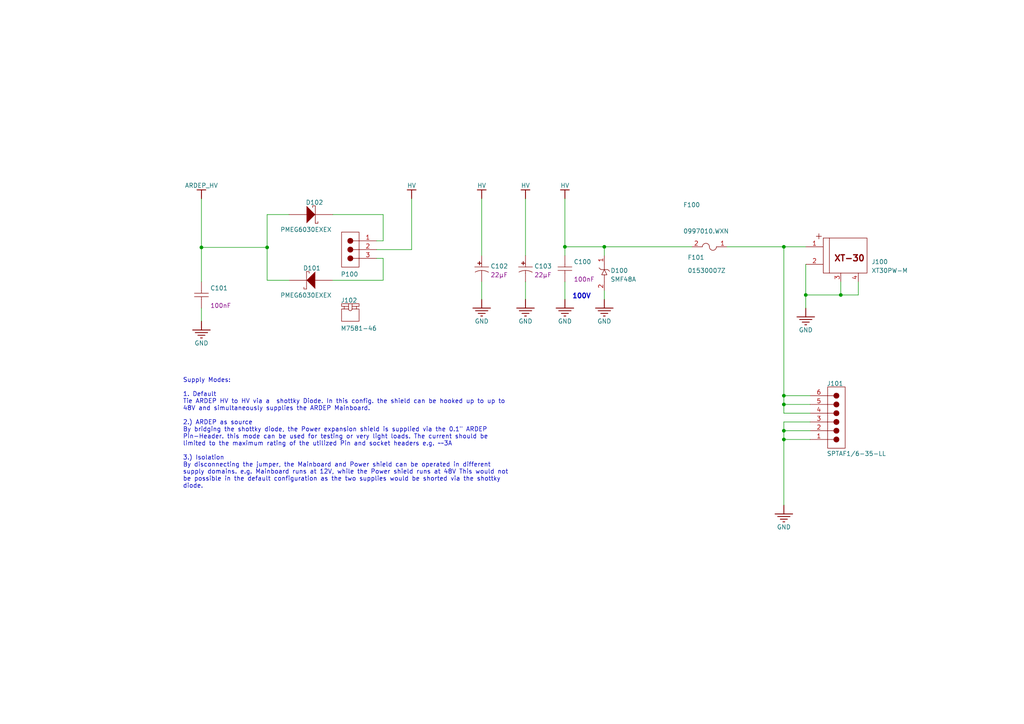
<source format=kicad_sch>
(kicad_sch (version 20250114) (generator "eeschema") (generator_version "9.0")
  (paper "User" 297.002 210.007)
  (title_block (title "Power"))
  (lib_symbols
    (symbol "ARDEP Power IO Shield Symbols:ARDEP_HV_BAR" (power)
      (property "Value" "ARDEP_HV" (at 0 -3.81 0))
      (symbol "ARDEP_HV_BAR_0_0"
        (polyline (pts (xy -1.27 -2.54) (xy 1.27 -2.54)) (stroke (width 0.254)))
        (polyline (pts (xy 0 0) (xy 0 -2.54)) (stroke (width 0.254)))
        (pin power_in line (at 0 0 0) (length 0) (hide yes) (name "ARDEP_HV") (number ""))
      )
    )
    (symbol "ARDEP Power IO Shield Symbols:GND_POWER_GROUND" (power)
      (property "Value" "GND" (at 0 -6.35 0))
      (symbol "GND_POWER_GROUND_0_0"
        (polyline (pts (xy -2.54 -2.54) (xy 2.54 -2.54)) (stroke (width 0.254)))
        (polyline (pts (xy -1.778 -3.302) (xy 1.778 -3.302)) (stroke (width 0.254)))
        (polyline (pts (xy -1.016 -4.064) (xy 1.016 -4.064)) (stroke (width 0.254)))
        (polyline (pts (xy -0.254 -4.826) (xy 0.254 -4.826)) (stroke (width 0.254)))
        (polyline (pts (xy 0 0) (xy 0 -2.54)) (stroke (width 0.254)))
        (pin power_in line (at 0 0 0) (length 0) (hide yes) (name "GND") (number ""))
      )
    )
    (symbol "ARDEP Power IO Shield Symbols:HV_BAR" (power)
      (property "Value" "HV" (at 0 -3.81 0))
      (symbol "HV_BAR_0_0"
        (polyline (pts (xy -1.27 -2.54) (xy 1.27 -2.54)) (stroke (width 0.254)))
        (polyline (pts (xy 0 0) (xy 0 -2.54)) (stroke (width 0.254)))
        (pin power_in line (at 0 0 0) (length 0) (hide yes) (name "HV") (number ""))
      )
    )
    (symbol "ARDEP Power IO Shield Symbols:root_0_0997010.WXN_Frickly Systems GmbH" (pin_numbers (hide yes)) (pin_names (hide yes)))
    (symbol "ARDEP Power IO Shield Symbols:root_0_D-Schottky_Frickly Systems GmbH" (pin_numbers (hide yes)) (pin_names (hide yes))
      (symbol "root_0_D-Schottky_Frickly Systems GmbH_1_0"
        (polyline (pts (xy 0 2.54) (xy 0.762 2.54) (xy 0.762 2.032)))
        (polyline (pts (xy 0 -2.54) (xy 0 2.54)))
        (polyline (pts (xy 0 -2.54) (xy -0.762 -2.54) (xy -0.762 -2.032)))
        (polyline (pts (xy 2.54 2.54) (xy 0 0) (xy 2.54 -2.54) (xy 2.54 2.54)) (stroke (width -0.0001)) (fill (type outline)))
        (pin passive line (at -5.08 0 0) (length 5.08) (name "K") (number "1"))
        (pin passive line (at 7.62 0 180) (length 5.08) (name "A") (number "2"))
      )
    )
    (symbol "ARDEP Power IO Shield Symbols:root_0_M7581-46-Symbol-1_Frickly Systems GmbH" (pin_numbers (hide yes)) (pin_names (hide yes))
      (symbol "root_0_M7581-46-Symbol-1_Frickly Systems GmbH_1_0"
        (polyline (pts (xy -2.54 0) (xy -2.54 3.556) (xy -1.778 3.556) (xy -1.778 4.318) (xy -2.54 4.318) (xy -2.54 5.08) (xy 2.54 5.08) (xy 2.54 4.318) (xy 1.778 4.318) (xy 1.778 3.556) (xy 2.54 3.556) (xy 2.54 0) (xy -2.54 0)))
        (polyline (pts (xy -1.778 3.556) (xy -0.508 3.556)))
        (polyline (pts (xy -0.508 5.08) (xy -0.508 3.556)))
        (polyline (pts (xy -0.508 4.318) (xy -1.778 4.318)))
        (arc (start 0.5095 3.5781) (mid 0.0046 3.046) (end -0.5098 3.569))
        (polyline (pts (xy 0.508 5.08) (xy 0.508 3.556)))
        (polyline (pts (xy 0.508 4.318) (xy 1.778 4.318)))
        (polyline (pts (xy 0.508 3.556) (xy 1.778 3.556)))
      )
    )
    (symbol "ARDEP Power IO Shield Symbols:root_0_XT30PW-M_Frickly Systems GmbH" (pin_names (hide yes))
      (symbol "root_0_XT30PW-M_Frickly Systems GmbH_1_0"
        (polyline (pts (xy 3.048 5.588) (xy 4.572 5.588)))
        (polyline (pts (xy 3.81 6.35) (xy 3.81 4.826)))
        (polyline (pts (xy 5.08 5.08) (xy 5.08 -5.08) (xy 17.78 -5.08) (xy 17.78 5.08) (xy 5.08 5.08)))
        (polyline (pts (xy 6.858 5.08) (xy 6.858 -5.08)))
        (text "XT-30" (at 8.128 -1.778 0) (effects (font (size 1.778 1.778) (thickness 0.3556) (bold yes)) (justify left bottom)))
        (pin passive line (at 0 2.54 0) (length 5.08) (name "+") (number "1"))
        (pin passive line (at 0 -2.54 0) (length 5.08) (name "-") (number "2"))
        (pin passive line (at 10.16 -7.62 90) (length 2.54) (name "3") (number "3"))
        (pin passive line (at 15.24 -7.62 90) (length 2.54) (name "4") (number "4"))
      )
    )
    (symbol "ARDEP Power IO Shield Symbols:root_0_mirrored_D-Schottky_Frickly Systems GmbH" (pin_numbers (hide yes)) (pin_names (hide yes))
      (symbol "root_0_mirrored_D-Schottky_Frickly Systems GmbH_1_0"
        (polyline (pts (xy -2.54 2.54) (xy 0 0) (xy -2.54 -2.54) (xy -2.54 2.54)) (stroke (width -0.0001)) (fill (type outline)))
        (polyline (pts (xy 0 2.54) (xy -0.762 2.54) (xy -0.762 2.032)))
        (polyline (pts (xy 0 -2.54) (xy 0 2.54)))
        (polyline (pts (xy 0 -2.54) (xy 0.762 -2.54) (xy 0.762 -2.032)))
        (pin passive line (at -7.62 0 0) (length 5.08) (name "A") (number "2"))
        (pin passive line (at 5.08 0 180) (length 5.08) (name "K") (number "1"))
      )
    )
    (symbol "ARDEP Power IO Shield Symbols:root_0_mirrored_FUSE-2_Frickly Systems GmbH" (pin_names (hide yes))
      (symbol "root_0_mirrored_FUSE-2_Frickly Systems GmbH_1_0"
        (polyline (pts (xy -7.112 0) (xy -7.62 0)))
        (arc (start -7.112 0) (mid -6.096 1.016) (end -5.08 0))
        (arc (start -3.048 0) (mid -4.064 -1.016) (end -5.08 0))
        (polyline (pts (xy -3.048 0) (xy -2.54 0)))
        (pin passive line (at -10.16 0 0) (length 2.54) (name "2") (number "2"))
        (pin passive line (at 0 0 180) (length 2.54) (name "1") (number "1"))
      )
    )
    (symbol "ARDEP Power IO Shield Symbols:root_0_mirrored_Symbol_Frickly Systems GmbH" (pin_names (hide yes))
      (symbol "root_0_mirrored_Symbol_Frickly Systems GmbH_1_0"
        (polyline (pts (xy -5.08 0) (xy 0 0) (xy 0 -10.16) (xy -5.08 -10.16) (xy -5.08 0)))
        (circle (center -2.54 -2.54) (radius 0.762) (fill (type outline)))
        (circle (center -2.54 -5.08) (radius 0.762) (fill (type outline)))
        (circle (center -2.54 -7.62) (radius 0.762) (fill (type outline)))
        (polyline (pts (xy 0 -2.54) (xy -1.778 -2.54)))
        (polyline (pts (xy 0 -5.08) (xy -1.778 -5.08)))
        (polyline (pts (xy 0 -7.62) (xy -1.778 -7.62)))
        (pin passive line (at 5.08 -2.54 180) (length 5.08) (name "1") (number "1"))
        (pin passive line (at 5.08 -5.08 180) (length 5.08) (name "2") (number "2"))
        (pin passive line (at 5.08 -7.62 180) (length 5.08) (name "3") (number "3"))
      )
    )
    (symbol "ARDEP Power IO Shield Symbols:root_1_mirrored_Capacitor_Frickly Systems GmbH" (pin_numbers (hide yes)) (pin_names (hide yes))
      (symbol "root_1_mirrored_Capacitor_Frickly Systems GmbH_1_0"
        (polyline (pts (xy -2.032 3.302) (xy 2.032 3.302)))
        (polyline (pts (xy 0 5.08) (xy 0 4.318)))
        (polyline (pts (xy 0 2.54) (xy 0 3.302)))
        (polyline (pts (xy 2.032 4.318) (xy -2.032 4.318)))
        (pin passive line (at 0 7.62 270) (length 2.54) (name "2") (number "2"))
        (pin passive line (at 0 0 90) (length 2.54) (name "1") (number "1"))
      )
    )
    (symbol "ARDEP Power IO Shield Symbols:root_2_mirrored_6-Pin Connector_Frickly Systems GmbH" (pin_names (hide yes))
      (symbol "root_2_mirrored_6-Pin Connector_Frickly Systems GmbH_1_0"
        (polyline (pts (xy 0 15.24) (xy 1.778 15.24)))
        (polyline (pts (xy 0 12.7) (xy 1.778 12.7)))
        (polyline (pts (xy 0 10.16) (xy 1.778 10.16)))
        (polyline (pts (xy 0 7.62) (xy 1.778 7.62)))
        (polyline (pts (xy 0 5.08) (xy 1.778 5.08)))
        (polyline (pts (xy 0 2.54) (xy 1.778 2.54)))
        (circle (center 2.54 15.24) (radius 0.762) (fill (type outline)))
        (circle (center 2.54 12.7) (radius 0.762) (fill (type outline)))
        (circle (center 2.54 10.16) (radius 0.762) (fill (type outline)))
        (circle (center 2.54 7.62) (radius 0.762) (fill (type outline)))
        (circle (center 2.54 5.08) (radius 0.762) (fill (type outline)))
        (circle (center 2.54 2.54) (radius 0.762) (fill (type outline)))
        (polyline (pts (xy 5.08 0) (xy 0 0) (xy 0 17.78) (xy 5.08 17.78) (xy 5.08 0)))
        (pin passive line (at -5.08 15.24 0) (length 5.08) (name "6") (number "6"))
        (pin passive line (at -5.08 12.7 0) (length 5.08) (name "5") (number "5"))
        (pin passive line (at -5.08 10.16 0) (length 5.08) (name "4") (number "4"))
        (pin passive line (at -5.08 7.62 0) (length 5.08) (name "3") (number "3"))
        (pin passive line (at -5.08 5.08 0) (length 5.08) (name "2") (number "2"))
        (pin passive line (at -5.08 2.54 0) (length 5.08) (name "1") (number "1"))
      )
    )
    (symbol "ARDEP Power IO Shield Symbols:root_3_Capacitor_Polarized_Frickly Systems GmbH" (pin_numbers (hide yes)) (pin_names (hide yes))
      (symbol "root_3_Capacitor_Polarized_Frickly Systems GmbH_1_0"
        (polyline (pts (xy 0 -2.54) (xy 0 -3.302)))
        (polyline (pts (xy 0 -5.08) (xy 0 -4.318)))
        (arc (start -1.898 -4.7884) (mid 0.0411 -4.3182) (end 1.9703 -4.8275))
        (polyline (pts (xy 2.032 -3.302) (xy -2.032 -3.302)))
        (text "+" (at 0 -1.27 900) (effects (font (size 1.27 1.27) (thickness 0.254) (bold yes)) (justify right bottom)))
        (pin passive line (at 0 0 270) (length 2.54) (name "P") (number "1"))
        (pin passive line (at 0 -7.62 90) (length 2.54) (name "N") (number "2"))
      )
    )
    (symbol "ARDEP Power IO Shield Symbols:root_3_UNI TVS_Frickly Systems GmbH" (pin_names (hide yes))
      (symbol "root_3_UNI TVS_Frickly Systems GmbH_1_0"
        (polyline (pts (xy -1.524 1.524) (xy -1.016 1.016) (xy 1.016 1.016) (xy 1.524 0.508)))
        (polyline (pts (xy 0 2.54) (xy 0 1.016)))
        (polyline (pts (xy 0 1.016) (xy 0.762 -0.508) (xy -0.762 -0.508) (xy 0 1.016)))
        (polyline (pts (xy 0 -2.54) (xy 0 -0.508)))
        (pin passive line (at 0 5.08 270) (length 2.54) (name "K") (number "1"))
        (pin passive line (at 0 -5.08 90) (length 2.54) (name "A") (number "2"))
      )
    )
  )
  (text "100V" (at 171.45 86.8172 0) (effects (font (size 1.397 1.397) (thickness 0.2794) (bold yes)) (justify right bottom)))
  (text_box "Supply Modes:\n\n1. Default\nTie ARDEP HV to HV via a  shottky Diode. In this config. the shield can be hooked up to up to 48V and simultaneously supplies the ARDEP Mainboard.\n\n2.) ARDEP as source\nBy bridging the shottky diode, the Power expansion shield is supplied via the 0.1\" ARDEP Pin-Header. this mode can be used for testing or very light loads. The current should be limited to the maximum rating of the utilized Pin and socket headers e.g. ~~3A\n\n3.) Isolation\nBy disconnecting the jumper, the Mainboard and Power shield can be operated in different supply domains. e.g. Mainboard runs at 12V, while the Power shield runs at 48V This would not be possible in the default configuration as the two supplies would be shorted via the shottky diode." (at 148.59 108.4072 0) (size -96.52 39.37) (margins 0.9525 0.9525 0.9525 0.9525) (stroke (width -0.0001) (color 0 0 0 1)) (fill (type color) (color 255 255 255 1)) (effects (font (size 1.27 1.27)) (justify left top)))
  (junction (at 58.42 71.755))
  (junction (at 227.33 71.5772))
  (junction (at 227.33 124.9172))
  (junction (at 175.26 71.5772))
  (junction (at 227.33 114.7572))
  (junction (at 163.83 71.5772))
  (junction (at 243.84 85.5472))
  (junction (at 77.47 71.755))
  (junction (at 227.33 127.4572))
  (junction (at 233.68 85.5472))
  (junction (at 227.33 117.2972))
  (wire (pts (xy 243.84 85.5472) (xy 248.92 85.5472)))
  (wire (pts (xy 58.42 71.755) (xy 58.42 81.7372)))
  (wire (pts (xy 175.26 71.5772) (xy 163.83 71.5772)))
  (wire (pts (xy 233.68 85.5472) (xy 233.68 89.3572)))
  (wire (pts (xy 152.4 57.6072) (xy 152.4 74.1172)))
  (wire (pts (xy 111.125 62.23) (xy 111.125 69.85)))
  (wire (pts (xy 109.22 74.93) (xy 111.125 74.93)))
  (wire (pts (xy 210.82 71.5772) (xy 227.33 71.5772)))
  (wire (pts (xy 227.33 119.8372) (xy 227.33 117.2972)))
  (wire (pts (xy 163.83 81.7372) (xy 163.83 86.8172)))
  (wire (pts (xy 227.33 127.4572) (xy 234.95 127.4572)))
  (wire (pts (xy 234.95 117.2972) (xy 227.33 117.2972)))
  (wire (pts (xy 243.84 85.5472) (xy 233.68 85.5472)))
  (wire (pts (xy 83.82 62.23) (xy 77.47 62.23)))
  (wire (pts (xy 96.52 62.23) (xy 111.125 62.23)))
  (wire (pts (xy 175.26 71.5772) (xy 175.26 74.1172)))
  (wire (pts (xy 227.33 127.4572) (xy 227.33 146.5072)))
  (wire (pts (xy 227.33 114.7572) (xy 227.33 71.5772)))
  (wire (pts (xy 77.47 71.755) (xy 77.47 81.28)))
  (wire (pts (xy 227.33 117.2972) (xy 227.33 114.7572)))
  (wire (pts (xy 227.33 124.9172) (xy 227.33 127.4572)))
  (wire (pts (xy 243.84 81.7372) (xy 243.84 85.5472)))
  (wire (pts (xy 139.7 86.8172) (xy 139.7 81.7372)))
  (wire (pts (xy 227.33 122.3772) (xy 227.33 124.9172)))
  (wire (pts (xy 139.7 57.6072) (xy 139.7 74.1172)))
  (wire (pts (xy 77.47 62.23) (xy 77.47 71.755)))
  (wire (pts (xy 109.22 72.39) (xy 119.38 72.39)))
  (wire (pts (xy 163.83 57.6072) (xy 163.83 71.5772)))
  (wire (pts (xy 111.125 74.93) (xy 111.125 81.28)))
  (wire (pts (xy 234.95 119.8372) (xy 227.33 119.8372)))
  (wire (pts (xy 234.95 122.3772) (xy 227.33 122.3772)))
  (wire (pts (xy 163.83 71.5772) (xy 163.83 74.1172)))
  (wire (pts (xy 175.26 84.2772) (xy 175.26 86.8172)))
  (wire (pts (xy 200.66 71.5772) (xy 175.26 71.5772)))
  (wire (pts (xy 227.33 114.7572) (xy 234.95 114.7572)))
  (wire (pts (xy 111.125 81.28) (xy 96.52 81.28)))
  (wire (pts (xy 109.22 69.85) (xy 111.125 69.85)))
  (wire (pts (xy 233.68 71.5772) (xy 227.33 71.5772)))
  (wire (pts (xy 248.92 85.5472) (xy 248.92 81.7372)))
  (wire (pts (xy 119.38 72.39) (xy 119.38 57.6072)))
  (wire (pts (xy 77.47 81.28) (xy 83.82 81.28)))
  (wire (pts (xy 58.42 57.6072) (xy 58.42 71.755)))
  (wire (pts (xy 58.42 71.755) (xy 77.47 71.755)))
  (wire (pts (xy 152.4 86.8172) (xy 152.4 81.7372)))
  (wire (pts (xy 227.33 124.9172) (xy 234.95 124.9172)))
  (wire (pts (xy 58.42 89.3572) (xy 58.42 93.1672)))
  (wire (pts (xy 233.68 76.6572) (xy 233.68 85.5472)))
  (symbol (lib_id "ARDEP Power IO Shield Symbols:root_0_M7581-46-Symbol-1_Frickly Systems GmbH") (at 101.6 93.1672 0) (unit 1)
    (property "Reference" "J102" (at 98.806 87.8332 0) (effects (justify left bottom)))
    (property "Value" "M7581-46" (at 98.806 95.9612 0) (effects (justify left bottom)))
    (property "Description" "2.54mm Jumper" (effects (hide yes)))
    (property "CONNECTOR TYPE" "Interconnection Device" (effects (hide yes)))
    (property "ROHS COMPLIANT" "Yes" (effects (hide yes)))
    (property "MAX OPERATING TEMPERATURE" "105°C" (effects (hide yes)))
    (property "MIN OPERATING TEMPERATURE" "-55°C" (effects (hide yes)))
  )
  (symbol (lib_id "ARDEP Power IO Shield Symbols:root_1_mirrored_Capacitor_Frickly Systems GmbH") (at 163.83 81.7372 0) (unit 1)
    (property "Reference" "C100" (at 166.37 76.6572 0) (effects (justify left bottom)))
    (property "Value" "C-100nF-10%-100V-0805-X7R" (effects (hide yes)))
    (property "Footprint" "C_0805" (effects (hide yes)))
    (property "Description" "Ceramic Capacitor, Multilayer, Ceramic, 100V, 10% +Tol, 10% -Tol, X7R, 15% TC, 0.1uF, Surface Mount, 0805" (effects (hide yes)))
    (property "MAX OPERATING TEMPERATURE" "125°C" (effects (hide yes)))
    (property "TOLERANCE" "10%" (effects (hide yes)))
    (property "CASE/PACKAGE" "0805" (effects (hide yes)))
    (property "ROHS COMPLIANT" "Yes" (effects (hide yes)))
    (property "MIN OPERATING TEMPERATURE" "-55°C" (effects (hide yes)))
    (property "RATED DC VOLTAGE (URDC)" "100V" (effects (hide yes)))
    (property "MOUNT" "Surface Mount" (effects (hide yes)))
    (property "TEMPERATURE CHARACTERISTICS CODE" "X7R" (effects (hide yes)))
    (property "DIELECTRIC MATERIAL" "Ceramic" (effects (hide yes)))
    (property "CAPACITANCE" "100nF" (at 166.37 81.7372 0) (effects (justify left bottom)))
  )
  (symbol (lib_id "ARDEP Power IO Shield Symbols:root_0_mirrored_Symbol_Frickly Systems GmbH") (at 104.14 67.31 0) (unit 1)
    (property "Reference" "P100" (at 98.806 80.264 0) (effects (justify left bottom)))
    (property "Value" "61300311121" (effects (hide yes)))
    (property "Footprint" "61300311121" (effects (hide yes)))
    (property "Description" "WR-PHD Pin Header, THT, pitch 2.54mm, Single Row, Vertical, 3p" (effects (hide yes)))
    (property "PINS" "3" (effects (hide yes)))
    (property "COMPONENTLINK1DESCRIPTION" "Manufacturer" (effects (hide yes)))
    (property "COMPONENTLINK2DESCRIPTION" "Datasheet" (effects (hide yes)))
    (property "RATED CURRENT" "3A" (effects (hide yes)))
    (property "ROW NUMBER" "Single" (effects (hide yes)))
    (property "PUBLISHED DATE" "May 2020" (effects (hide yes)))
    (property "ORIENTATION" "Vertical" (effects (hide yes)))
    (property "DESIGN ITEM ID" "61300311121" (effects (hide yes)))
    (property "WORKING VOLTAGE" "250VAC" (effects (hide yes)))
    (property "MOUNTING TECHNOLOGY" "THT" (effects (hide yes)))
    (property "CONTACT RESISTANCE" "20mOhm" (effects (hide yes)))
    (property "MANUFACTURER" "Wurth Elektronik" (effects (hide yes)))
    (property "SOURCE" "WR-PHD_Pin Header_2.54mm.SchLib" (effects (hide yes)))
    (property "COMPONENTLINK1URL" "http://www.we-online.de" (effects (hide yes)))
    (property "COMPONENTLINK2URL" "https://www.we-online.com/catalog/datasheet/61300311121.pdf" (effects (hide yes)))
    (property "OPERATING TEMPERATURE" "-40 to +105degC" (effects (hide yes)))
    (property "PACKAGING" "Bag" (effects (hide yes)))
    (property "WITHSTANDING VOLTAGE" "500VAC" (effects (hide yes)))
    (property "MANUFACTURER PART NUMBER" "61300311121" (effects (hide yes)))
    (property "PITCH" "2.54mm" (effects (hide yes)))
    (property "GENDER" "Pin Header" (effects (hide yes)))
  )
  (symbol (lib_id "ARDEP Power IO Shield Symbols:HV_BAR") (at 163.83 57.6072 180) (unit 1)
    (property "Reference" "#PWR0104" (effects (hide yes)))
    (property "Value" "HV" (at 163.83 53.7972 0))
  )
  (symbol (lib_id "ARDEP Power IO Shield Symbols:ARDEP_HV_BAR") (at 58.42 57.6072 180) (unit 1)
    (property "Reference" "#PWR0112" (effects (hide yes)))
    (property "Value" "ARDEP_HV" (at 58.42 53.7972 0))
  )
  (symbol (lib_id "ARDEP Power IO Shield Symbols:HV_BAR") (at 139.7 57.6072 180) (unit 1)
    (property "Reference" "#PWR0110" (effects (hide yes)))
    (property "Value" "HV" (at 139.7 53.7972 0))
  )
  (symbol (lib_id "ARDEP Power IO Shield Symbols:GND_POWER_GROUND") (at 139.7 86.8172 0) (unit 1)
    (property "Reference" "#PWR0108" (effects (hide yes)))
    (property "Value" "GND" (at 139.7 93.1672 0))
  )
  (symbol (lib_id "ARDEP Power IO Shield Symbols:HV_BAR") (at 119.38 57.6072 180) (unit 1)
    (property "Reference" "#PWR0111" (effects (hide yes)))
    (property "Value" "HV" (at 119.38 53.7972 0))
  )
  (symbol (lib_id "ARDEP Power IO Shield Symbols:root_3_Capacitor_Polarized_Frickly Systems GmbH") (at 152.4 74.1172 0) (unit 1)
    (property "Reference" "C103" (at 154.94 77.9272 0) (effects (justify left bottom)))
    (property "Value" "C-22uF-63V-6.3mm-ALELKO" (effects (hide yes)))
    (property "Footprint" "WCAP-ASLL_D6.3H7.7" (effects (hide yes)))
    (property "Description" "WCAP-ASLL Aluminum Electrolytic Capacitors" (effects (hide yes)))
    (property "PINS" "2" (effects (hide yes)))
    (property "CAPACITOR TYPE" "Aluminum Electrolytic" (effects (hide yes)))
    (property "MOUNTING TECHNOLOGY" "SMD" (effects (hide yes)))
    (property "MIN OPERATING TEMPERATURE" "-55°C" (effects (hide yes)))
    (property "CASE/PACKAGE" "6,3mm" (effects (hide yes)))
    (property "VOLTAGE RATING" "63V" (effects (hide yes)))
    (property "ALTIUM_VALUE" "22µF" (at 154.94 80.4672 0) (effects (justify left bottom)))
    (property "ROHS COMPLIANT" "YES" (effects (hide yes)))
    (property "TOLERANCE" "20%" (effects (hide yes)))
    (property "MAX OPERATING TEMPERATURE" "105°C" (effects (hide yes)))
  )
  (symbol (lib_id "ARDEP Power IO Shield Symbols:root_3_Capacitor_Polarized_Frickly Systems GmbH") (at 139.7 74.1172 0) (unit 1)
    (property "Reference" "C102" (at 142.24 77.9272 0) (effects (justify left bottom)))
    (property "Value" "C-22uF-63V-6.3mm-ALELKO" (effects (hide yes)))
    (property "Footprint" "WCAP-ASLL_D6.3H7.7" (effects (hide yes)))
    (property "Description" "WCAP-ASLL Aluminum Electrolytic Capacitors" (effects (hide yes)))
    (property "PINS" "2" (effects (hide yes)))
    (property "CAPACITOR TYPE" "Aluminum Electrolytic" (effects (hide yes)))
    (property "MOUNTING TECHNOLOGY" "SMD" (effects (hide yes)))
    (property "MIN OPERATING TEMPERATURE" "-55°C" (effects (hide yes)))
    (property "CASE/PACKAGE" "6,3mm" (effects (hide yes)))
    (property "VOLTAGE RATING" "63V" (effects (hide yes)))
    (property "ALTIUM_VALUE" "22µF" (at 142.24 80.4672 0) (effects (justify left bottom)))
    (property "ROHS COMPLIANT" "YES" (effects (hide yes)))
    (property "TOLERANCE" "20%" (effects (hide yes)))
    (property "MAX OPERATING TEMPERATURE" "105°C" (effects (hide yes)))
  )
  (symbol (lib_id "ARDEP Power IO Shield Symbols:root_3_UNI TVS_Frickly Systems GmbH") (at 175.26 79.1972 0) (unit 1)
    (property "Reference" "D100" (at 177.038 79.1972 0) (effects (justify left bottom)))
    (property "Value" "SMF48A" (at 177.038 81.7372 0) (effects (justify left bottom)))
    (property "Footprint" "FP-SMF48A-MFG" (effects (hide yes)))
    (property "Description" "Trans Voltage Suppressor Diode, 200W, 48V V(RWM), Unidirectional, 1 Element, Silicon" (effects (hide yes)))
    (property "SURFACE MOUNT" "Yes" (effects (hide yes)))
    (property "MOUNTING TECHNOLOGY" "SMD" (effects (hide yes)))
    (property "PACKAGE BODY MATERIAL" "Plastic" (effects (hide yes)))
    (property "JESD-609 CODE" "e3" (effects (hide yes)))
    (property "POLARITY" "Unidirectional" (effects (hide yes)))
    (property "REACH SVHC COMPLIANT" "No" (effects (hide yes)))
    (property "MAX BREAKDOWN VOLTAGE" "71.2V" (effects (hide yes)))
    (property "BREAKDOWN VOLTAGE-NOM" "56.1V" (effects (hide yes)))
    (property "DIODE ELEMENT MATERIAL" "SILICON" (effects (hide yes)))
    (property "PINS" "2" (effects (hide yes)))
    (property "JESD-30 CODE" "R-PDSO-F2" (effects (hide yes)))
    (property "CASE/PACKAGE" "SOD-123F" (effects (hide yes)))
    (property "NON-REP PEAK REV POWER DIS-MAX" "200W" (effects (hide yes)))
    (property "TECHNOLOGY" "AVALANCHE" (effects (hide yes)))
    (property "TERMINAL FORM" "Flat" (effects (hide yes)))
    (property "PEAK REFLOW TEMPERATURE (CEL)" "260°C" (effects (hide yes)))
    (property "PACKAGE SHAPE" "Rectangular" (effects (hide yes)))
    (property "MAX SURGE CURRENT" "2.6A" (effects (hide yes)))
    (property "ADDITIONAL FEATURE" "EXCELLENT CLAMPING CAPABILITY" (effects (hide yes)))
    (property "REP PK REVERSE VOLTAGE-MAX" "48V" (effects (hide yes)))
    (property "NUMBER OF ELEMENTS" "1" (effects (hide yes)))
    (property "ROHS COMPLIANT" "Yes" (effects (hide yes)))
    (property "MAX OPERATING TEMPERATURE" "150°C" (effects (hide yes)))
    (property "MIN OPERATING TEMPERATURE" "-55°C" (effects (hide yes)))
    (property "TIME @ PEAK REFLOW TEMPERATURE-MAX (S)" "40s" (effects (hide yes)))
    (property "TERMINAL FINISH" "Tin" (effects (hide yes)))
    (property "PACKAGE STYLE" "SMALL OUTLINEMeter" (effects (hide yes)))
    (property "MIN BREAKDOWN VOLTAGE" "64.4V" (effects (hide yes)))
    (property "CLAMPING VOLTAGE-MAX" "77.4V" (effects (hide yes)))
    (property "DIODE TYPE" "TRANS VOLTAGE SUPPRESSOR" (effects (hide yes)))
    (property "MOISTURE SENSITIVITY LEVEL" "1" (effects (hide yes)))
    (property "TERMINAL POSITION" "DUAL" (effects (hide yes)))
  )
  (symbol (lib_id "ARDEP Power IO Shield Symbols:root_0_D-Schottky_Frickly Systems GmbH") (at 88.9 81.28 0) (unit 1)
    (property "Reference" "D101" (at 87.884 78.486 0) (effects (justify left bottom)))
    (property "Value" "PMEG6030EXEX" (at 81.28 86.36 0) (effects (justify left bottom)))
    (property "Footprint" "SOD123HP" (effects (hide yes)))
    (property "Description" "60 V, 3 A Schottky barrier rectifier" (effects (hide yes)))
    (property "PEAK INVERSE VOLTAGE" "60V" (effects (hide yes)))
    (property "PINS" "2" (effects (hide yes)))
    (property "MIN OPERATING TEMPERATURE" "-55°C" (effects (hide yes)))
    (property "CASE/PACKAGE" "SOD123" (effects (hide yes)))
    (property "FORWARD VOLTAGE" "600mV" (effects (hide yes)))
    (property "MAX SURGE CURRENT" "50A" (effects (hide yes)))
    (property "LIFECYCLE STATUS" "Production" (effects (hide yes)))
    (property "MAX OPERATING TEMPERATURE" "175°C" (effects (hide yes)))
    (property "MOUNTING TECHNOLOGY" "SMD" (effects (hide yes)))
    (property "FORWARD CURRENT" "3A" (effects (hide yes)))
    (property "MANUFACTURER LIFECYCLE STATUS" "RELEASED FOR SUPPLY" (effects (hide yes)))
  )
  (symbol (lib_id "ARDEP Power IO Shield Symbols:GND_POWER_GROUND") (at 175.26 86.8172 0) (unit 1)
    (property "Reference" "#PWR0101" (effects (hide yes)))
    (property "Value" "GND" (at 175.26 93.1672 0))
  )
  (symbol (lib_id "ARDEP Power IO Shield Symbols:root_0_XT30PW-M_Frickly Systems GmbH") (at 233.68 74.1172 0) (unit 1)
    (property "Reference" "J100" (at 252.73 76.6572 0) (effects (justify left bottom)))
    (property "Value" "XT30PW-M" (at 252.73 79.1972 0) (effects (justify left bottom)))
    (property "Footprint" "XT30PW-M-Footprint" (effects (hide yes)))
    (property "Description" "Power Connector" (effects (hide yes)))
    (property "GENDER" "Male" (effects (hide yes)))
    (property "PINS" "2" (effects (hide yes)))
    (property "MOUNTING TECHNOLOGY" "THT" (effects (hide yes)))
    (property "CONNECTOR TYPE" "XT-30" (effects (hide yes)))
  )
  (symbol (lib_id "ARDEP Power IO Shield Symbols:GND_POWER_GROUND") (at 227.33 146.5072 0) (unit 1)
    (property "Reference" "#PWR0106" (effects (hide yes)))
    (property "Value" "GND" (at 227.33 152.8572 0))
  )
  (symbol (lib_id "ARDEP Power IO Shield Symbols:root_2_mirrored_6-Pin Connector_Frickly Systems GmbH") (at 240.03 129.9972 0) (unit 1)
    (property "Reference" "J101" (at 239.776 111.9632 0) (effects (justify left bottom)))
    (property "Value" "SPTAF1/6-35-LL" (at 239.776 132.2832 0) (effects (justify left bottom)))
    (property "Footprint" "SPTAF1_6-35-LL-Footprint-1" (effects (hide yes)))
    (property "Description" "Barrier Strip Terminal Block" (effects (hide yes)))
    (property "TERMINAL AND TERMINAL BLOCK TYPE" "BARRIER STRIP TERMINAL BLOCK" (effects (hide yes)))
    (property "MOUNTING TECHNOLOGY" "THT" (effects (hide yes)))
    (property "MANUFACTURER SERIES" "1864325" (effects (hide yes)))
    (property "REACH SVHC COMPLIANT" "Yes" (effects (hide yes)))
    (property "ROHS COMPLIANT" "Yes" (effects (hide yes)))
    (property "PINS" "6" (effects (hide yes)))
    (property "CONNECTOR TYPE" "Spring contact" (effects (hide yes)))
  )
  (symbol (lib_id "ARDEP Power IO Shield Symbols:GND_POWER_GROUND") (at 152.4 86.8172 0) (unit 1)
    (property "Reference" "#PWR0102" (effects (hide yes)))
    (property "Value" "GND" (at 152.4 93.1672 0))
  )
  (symbol (lib_id "ARDEP Power IO Shield Symbols:GND_POWER_GROUND") (at 58.42 93.1672 0) (unit 1)
    (property "Reference" "#PWR0109" (effects (hide yes)))
    (property "Value" "GND" (at 58.42 99.5172 0))
  )
  (symbol (lib_id "ARDEP Power IO Shield Symbols:root_1_mirrored_Capacitor_Frickly Systems GmbH") (at 58.42 89.3572 0) (unit 1)
    (property "Reference" "C101" (at 60.96 84.2772 0) (effects (justify left bottom)))
    (property "Value" "C-100nF-10%-100V-0805-X7R" (effects (hide yes)))
    (property "Footprint" "C_0805" (effects (hide yes)))
    (property "Description" "Ceramic Capacitor, Multilayer, Ceramic, 100V, 10% +Tol, 10% -Tol, X7R, 15% TC, 0.1uF, Surface Mount, 0805" (effects (hide yes)))
    (property "MAX OPERATING TEMPERATURE" "125°C" (effects (hide yes)))
    (property "TOLERANCE" "10%" (effects (hide yes)))
    (property "CASE/PACKAGE" "0805" (effects (hide yes)))
    (property "ROHS COMPLIANT" "Yes" (effects (hide yes)))
    (property "MIN OPERATING TEMPERATURE" "-55°C" (effects (hide yes)))
    (property "RATED DC VOLTAGE (URDC)" "100V" (effects (hide yes)))
    (property "MOUNT" "Surface Mount" (effects (hide yes)))
    (property "TEMPERATURE CHARACTERISTICS CODE" "X7R" (effects (hide yes)))
    (property "DIELECTRIC MATERIAL" "Ceramic" (effects (hide yes)))
    (property "CAPACITANCE" "100nF" (at 60.96 89.3572 0) (effects (justify left bottom)))
  )
  (symbol (lib_id "ARDEP Power IO Shield Symbols:HV_BAR") (at 152.4 57.6072 180) (unit 1)
    (property "Reference" "#PWR0105" (effects (hide yes)))
    (property "Value" "HV" (at 152.4 53.7972 0))
  )
  (symbol (lib_id "ARDEP Power IO Shield Symbols:root_0_mirrored_D-Schottky_Frickly Systems GmbH") (at 91.44 62.23 0) (unit 1)
    (property "Reference" "D102" (at 88.646 59.436 0) (effects (justify left bottom)))
    (property "Value" "PMEG6030EXEX" (at 81.28 67.31 0) (effects (justify left bottom)))
    (property "Footprint" "SOD123HP" (effects (hide yes)))
    (property "Description" "60 V, 3 A Schottky barrier rectifier" (effects (hide yes)))
    (property "PEAK INVERSE VOLTAGE" "60V" (effects (hide yes)))
    (property "PINS" "2" (effects (hide yes)))
    (property "MIN OPERATING TEMPERATURE" "-55°C" (effects (hide yes)))
    (property "CASE/PACKAGE" "SOD123" (effects (hide yes)))
    (property "FORWARD VOLTAGE" "600mV" (effects (hide yes)))
    (property "MAX SURGE CURRENT" "50A" (effects (hide yes)))
    (property "LIFECYCLE STATUS" "Production" (effects (hide yes)))
    (property "MAX OPERATING TEMPERATURE" "175°C" (effects (hide yes)))
    (property "MOUNTING TECHNOLOGY" "SMD" (effects (hide yes)))
    (property "FORWARD CURRENT" "3A" (effects (hide yes)))
    (property "MANUFACTURER LIFECYCLE STATUS" "RELEASED FOR SUPPLY" (effects (hide yes)))
  )
  (symbol (lib_id "ARDEP Power IO Shield Symbols:root_0_0997010.WXN_Frickly Systems GmbH") (at 200.66 62.6872 0) (unit 1)
    (property "Reference" "F100" (at 198.12 60.1472 0) (effects (justify left bottom)))
    (property "Value" "0997010.WXN" (at 198.12 67.7672 0) (effects (justify left bottom)))
    (property "Description" "Automotive flat fuse, 10 A, 58 V, red, (L x W x H) 10.9 x 3.8 x 8.8 mm, 0997010.WXN" (effects (hide yes)))
    (property "PINS" "2" (effects (hide yes)))
    (property "MIN OPERATING TEMPERATURE" "-40°C" (effects (hide yes)))
    (property "MOUNTING TECHNOLOGY" "Holder, Socket" (effects (hide yes)))
    (property "CURRENT RATING" "10A" (effects (hide yes)))
    (property "MAX OPERATING TEMPERATURE" "125°C" (effects (hide yes)))
    (property "REACH SVHC" "Yes" (effects (hide yes)))
    (property "HEIGHT" "8.8mm" (effects (hide yes)))
    (property "COLOR" "Red" (effects (hide yes)))
    (property "ROHS" "Compliant" (effects (hide yes)))
    (property "LEAD FREE" "Lead Free" (effects (hide yes)))
    (property "DEPTH" "3.8mm" (effects (hide yes)))
    (property "VOLTAGE RATING (DC)" "58V" (effects (hide yes)))
    (property "PACKAGING" "Bulk" (effects (hide yes)))
    (property "WIDTH" "3.8mm" (effects (hide yes)))
    (property "ALTIUM_VALUE" "7.3mΩ" (effects (hide yes)))
    (property "TIME TO TRIP" "30ms" (effects (hide yes)))
    (property "LIFECYCLE STATUS" "Production" (effects (hide yes)))
    (property "LENGTH" "10.9mm" (effects (hide yes)))
  )
  (symbol (lib_id "ARDEP Power IO Shield Symbols:GND_POWER_GROUND") (at 163.83 86.8172 0) (unit 1)
    (property "Reference" "#PWR0103" (effects (hide yes)))
    (property "Value" "GND" (at 163.83 93.1672 0))
  )
  (symbol (lib_id "ARDEP Power IO Shield Symbols:root_0_mirrored_FUSE-2_Frickly Systems GmbH") (at 210.82 71.5772 0) (unit 1)
    (property "Reference" "F101" (at 199.39 75.3872 0) (effects (justify left bottom)))
    (property "Value" "01530007Z" (at 199.39 79.1972 0) (effects (justify left bottom)))
    (property "Footprint" "01530007Z" (effects (hide yes)))
    (property "Description" "Mini blade fuse holder horizontal" (effects (hide yes)))
    (property "CURRENT RATING" "15A" (effects (hide yes)))
  )
  (symbol (lib_id "ARDEP Power IO Shield Symbols:GND_POWER_GROUND") (at 233.68 89.3572 0) (unit 1)
    (property "Reference" "#PWR0107" (effects (hide yes)))
    (property "Value" "GND" (at 233.68 95.7072 0))
  )
)
</source>
